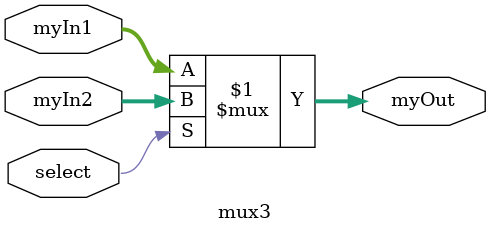
<source format=v>
`timescale 1ns / 1ps
module mux3( select, myIn1, myIn2, myOut
    );
	
	 input select;
	 input [2:0] myIn1;
	 input [2:0] myIn2;
	 output [2:0] myOut;
	 
	 assign myOut = select ? myIn2 : myIn1;

endmodule

</source>
